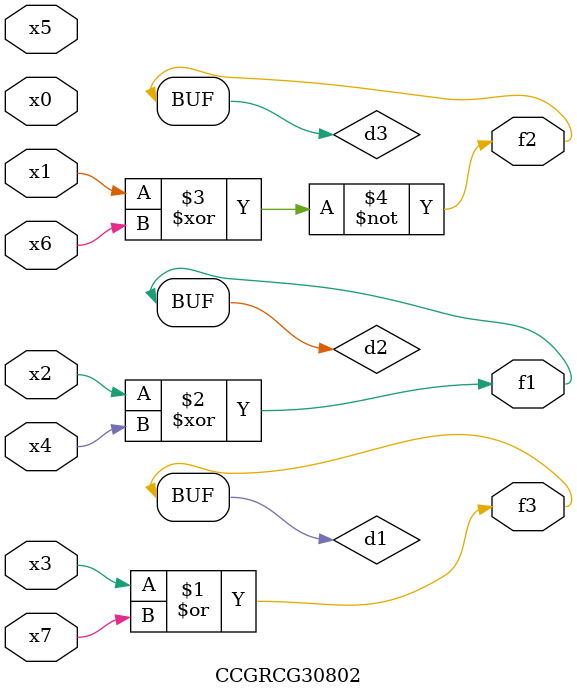
<source format=v>
module CCGRCG30802(
	input x0, x1, x2, x3, x4, x5, x6, x7,
	output f1, f2, f3
);

	wire d1, d2, d3;

	or (d1, x3, x7);
	xor (d2, x2, x4);
	xnor (d3, x1, x6);
	assign f1 = d2;
	assign f2 = d3;
	assign f3 = d1;
endmodule

</source>
